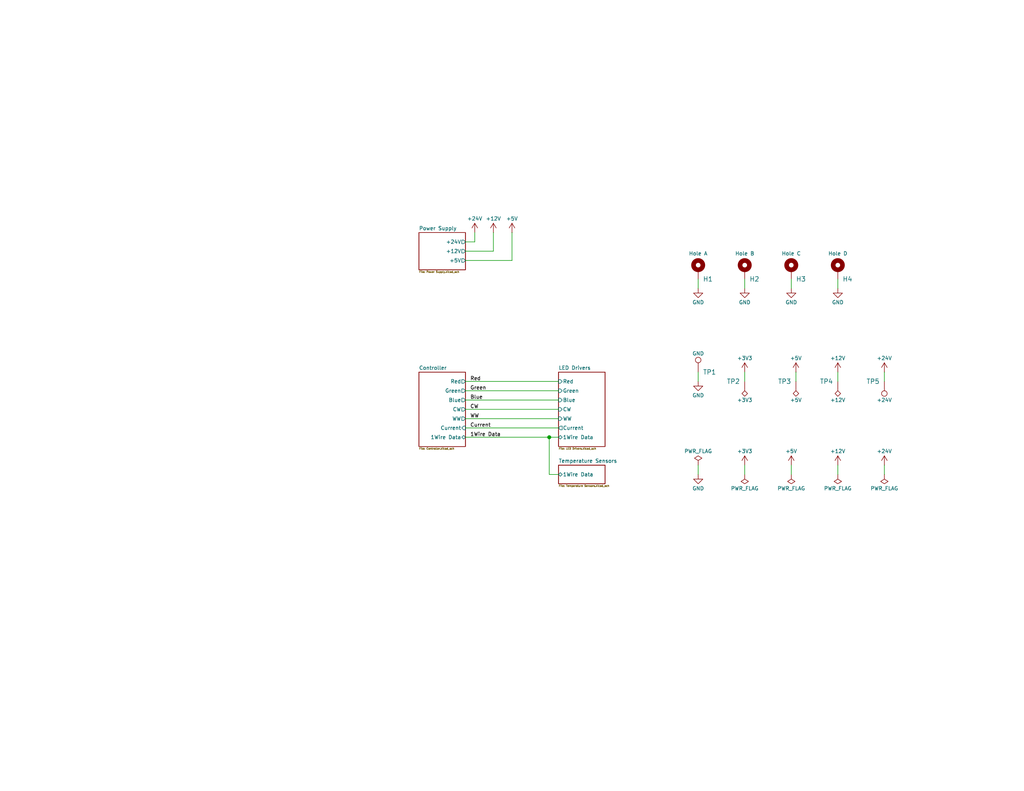
<source format=kicad_sch>
(kicad_sch (version 20231120) (generator "eeschema") (generator_version "8.0")
  (paper "USLetter")
  (title_block (title "KiLight Mono") (date "2025-02-06") (rev "1.0.1") (company "Erratic.Tech"))
  (lib_symbols
    (symbol "KiLight Mono:+12V" (power) (pin_numbers hide) (pin_names (offset 0) hide)
      (property "Value" "+12V" (at 0 3.556 0))
      (symbol "+12V_0_1"
        (polyline (pts (xy -0.762 1.27) (xy 0 2.54)))
        (polyline (pts (xy 0 0) (xy 0 2.54)))
        (polyline (pts (xy 0 2.54) (xy 0.762 1.27)))
      )
      (symbol "+12V_1_1"
        (pin power_in line (at 0 0 90) (length 0) (name "~") (number "1"))
      )
    )
    (symbol "KiLight Mono:+24V" (power) (pin_numbers hide) (pin_names (offset 0) hide)
      (property "Value" "+24V" (at 0 3.556 0))
      (symbol "+24V_0_1"
        (polyline (pts (xy -0.762 1.27) (xy 0 2.54)))
        (polyline (pts (xy 0 0) (xy 0 2.54)))
        (polyline (pts (xy 0 2.54) (xy 0.762 1.27)))
      )
      (symbol "+24V_1_1"
        (pin power_in line (at 0 0 90) (length 0) (name "~") (number "1"))
      )
    )
    (symbol "KiLight Mono:+3V3" (power) (pin_numbers hide) (pin_names (offset 0) hide)
      (property "Value" "+3V3" (at 0 3.556 0))
      (symbol "+3V3_0_1"
        (polyline (pts (xy -0.762 1.27) (xy 0 2.54)))
        (polyline (pts (xy 0 0) (xy 0 2.54)))
        (polyline (pts (xy 0 2.54) (xy 0.762 1.27)))
      )
      (symbol "+3V3_1_1"
        (pin power_in line (at 0 0 90) (length 0) (name "~") (number "1"))
      )
    )
    (symbol "KiLight Mono:+5V" (power) (pin_numbers hide) (pin_names (offset 0) hide)
      (property "Value" "+5V" (at 0 3.556 0))
      (symbol "+5V_0_1"
        (polyline (pts (xy -0.762 1.27) (xy 0 2.54)))
        (polyline (pts (xy 0 0) (xy 0 2.54)))
        (polyline (pts (xy 0 2.54) (xy 0.762 1.27)))
      )
      (symbol "+5V_1_1"
        (pin power_in line (at 0 0 90) (length 0) (name "~") (number "1"))
      )
    )
    (symbol "KiLight Mono:GND" (power) (pin_numbers hide) (pin_names (offset 0) hide)
      (property "Value" "GND" (at 0 -3.81 0))
      (symbol "GND_0_1"
        (polyline (pts (xy 0 0) (xy 0 -1.27) (xy 1.27 -1.27) (xy 0 -2.54) (xy -1.27 -1.27) (xy 0 -1.27)))
      )
      (symbol "GND_1_1"
        (pin power_in line (at 0 0 270) (length 0) (name "~") (number "1"))
      )
    )
    (symbol "KiLight Mono:MountingHole_Pad" (pin_numbers hide) (pin_names (offset 1.016) hide) (exclude_from_sim yes) (in_bom no)
      (property "Reference" "H" (at 0 6.35 0))
      (property "Value" "MountingHole_Pad" (at 0 4.445 0))
      (symbol "MountingHole_Pad_0_1"
        (circle (center 0 1.27) (radius 1.27) (stroke (width 1.27)))
      )
      (symbol "MountingHole_Pad_1_1"
        (pin input line (at 0 -2.54 90) (length 2.54) (name "1") (number "1"))
      )
    )
    (symbol "KiLight Mono:PWR_FLAG" (power) (pin_numbers hide) (pin_names (offset 0) hide)
      (property "Value" "PWR_FLAG" (at 0 3.81 0))
      (symbol "PWR_FLAG_0_0"
        (pin power_out line (at 0 0 90) (length 0) (name "~") (number "1"))
      )
      (symbol "PWR_FLAG_0_1"
        (polyline (pts (xy 0 0) (xy 0 1.27) (xy -1.016 1.905) (xy 0 2.54) (xy 1.016 1.905) (xy 0 1.27)))
      )
    )
    (symbol "KiLight Mono:TestPoint" (pin_numbers hide) (pin_names (offset 0.762) hide)
      (property "Reference" "TP" (at 0 6.858 0))
      (property "Value" "TestPoint" (at 0 5.08 0))
      (symbol "TestPoint_0_1"
        (circle (center 0 3.302) (radius 0.762))
      )
      (symbol "TestPoint_1_1"
        (pin passive line (at 0 0 90) (length 2.54) (name "1") (number "1"))
      )
    )
    (symbol "KiLight Mono:TestPoint_Alt" (pin_numbers hide) (pin_names (offset 0.762) hide)
      (property "Reference" "TP" (at 0 6.858 0))
      (property "Value" "TestPoint_Alt" (at 0 5.08 0))
      (symbol "TestPoint_Alt_0_1"
        (polyline (pts (xy 0 2.54) (xy -0.762 3.302) (xy 0 4.064) (xy 0.762 3.302) (xy 0 2.54)))
      )
      (symbol "TestPoint_Alt_1_1"
        (pin passive line (at 0 0 90) (length 2.54) (name "1") (number "1"))
      )
    )
  )
  (junction (at 149.86 119.38))
  (wire (pts (xy 127 104.14) (xy 152.4 104.14)))
  (wire (pts (xy 190.5 127) (xy 190.5 129.54)))
  (wire (pts (xy 127 109.22) (xy 152.4 109.22)))
  (wire (pts (xy 129.54 66.04) (xy 129.54 63.5)))
  (wire (pts (xy 127 114.3) (xy 152.4 114.3)))
  (wire (pts (xy 241.3 127) (xy 241.3 129.54)))
  (wire (pts (xy 134.62 68.58) (xy 134.62 63.5)))
  (wire (pts (xy 203.2 104.14) (xy 203.2 101.6)))
  (wire (pts (xy 149.86 129.54) (xy 149.86 119.38)))
  (wire (pts (xy 241.3 104.14) (xy 241.3 101.6)))
  (wire (pts (xy 127 111.76) (xy 152.4 111.76)))
  (wire (pts (xy 217.17 104.14) (xy 217.17 101.6)))
  (wire (pts (xy 127 71.12) (xy 139.7 71.12)))
  (wire (pts (xy 228.6 104.14) (xy 228.6 101.6)))
  (wire (pts (xy 203.2 127) (xy 203.2 129.54)))
  (wire (pts (xy 190.5 76.2) (xy 190.5 78.74)))
  (wire (pts (xy 127 119.38) (xy 149.86 119.38)))
  (wire (pts (xy 152.4 129.54) (xy 149.86 129.54)))
  (wire (pts (xy 139.7 71.12) (xy 139.7 63.5)))
  (wire (pts (xy 190.5 101.6) (xy 190.5 104.14)))
  (wire (pts (xy 215.9 76.2) (xy 215.9 78.74)))
  (wire (pts (xy 228.6 76.2) (xy 228.6 78.74)))
  (wire (pts (xy 127 106.68) (xy 152.4 106.68)))
  (wire (pts (xy 149.86 119.38) (xy 152.4 119.38)))
  (wire (pts (xy 127 116.84) (xy 152.4 116.84)))
  (wire (pts (xy 127 66.04) (xy 129.54 66.04)))
  (wire (pts (xy 127 68.58) (xy 134.62 68.58)))
  (wire (pts (xy 203.2 76.2) (xy 203.2 78.74)))
  (wire (pts (xy 215.9 127) (xy 215.9 129.54)))
  (wire (pts (xy 228.6 127) (xy 228.6 129.54)))
  (label "CW" (at 128.27 111.76 0) (effects (font (size 1 1))))
  (label "Current" (at 128.27 116.84 0) (effects (font (size 1 1))))
  (label "Green" (at 128.27 106.68 0) (effects (font (size 1 1))))
  (label "Blue" (at 128.27 109.22 0) (effects (font (size 1 1))))
  (label "Red" (at 128.27 104.14 0) (effects (font (size 1 1))))
  (label "1Wire Data" (at 128.27 119.38 0) (effects (font (size 1 1))))
  (label "WW" (at 128.27 114.3 0) (effects (font (size 1 1))))
  (symbol (lib_id "KiLight Mono:TestPoint") (at 190.5 101.6 0) (unit 1) (exclude_from_sim yes)
    (property "Reference" "TP1" (at 191.77 101.6 0) (effects (justify left)))
    (property "Value" "GND" (at 190.5 96.52 0) (effects (font (size 1 1))))
    (property "Footprint" "Measurement Points - Custom:TestPoint_Loop_1206_RCT_SMD" (effects (hide yes)))
    (property "Description" "test point" (effects (hide yes)))
    (property "Part Number" "RCWCTE" (effects (hide yes)))
  )
  (symbol (lib_id "KiLight Mono:PWR_FLAG") (at 228.6 129.54 180) (unit 1)
    (property "Reference" "#FLG04" (effects (hide yes)))
    (property "Value" "PWR_FLAG" (at 228.6 133.35 0) (effects (font (size 1 1))))
    (property "Description" "Special symbol for telling ERC where power comes from" (effects (hide yes)))
  )
  (symbol (lib_id "KiLight Mono:PWR_FLAG") (at 241.3 129.54 180) (unit 1)
    (property "Reference" "#FLG05" (effects (hide yes)))
    (property "Value" "PWR_FLAG" (at 241.3 133.35 0) (effects (font (size 1 1))))
    (property "Description" "Special symbol for telling ERC where power comes from" (effects (hide yes)))
  )
  (symbol (lib_id "KiLight Mono:+5V") (at 217.17 101.6 0) (mirror y) (unit 1)
    (property "Reference" "#PWR012" (effects (hide yes)))
    (property "Value" "+5V" (at 217.17 97.79 0) (effects (font (size 1 1))))
    (property "Description" "Power symbol creates a global label with name \"+5V\"" (effects (hide yes)))
  )
  (symbol (lib_id "KiLight Mono:+3V3") (at 203.2 127 0) (unit 1)
    (property "Reference" "#PWR09" (effects (hide yes)))
    (property "Value" "+3V3" (at 203.2 123.19 0) (effects (font (size 1 1))))
    (property "Description" "Power symbol creates a global label with name \"+3V3\"" (effects (hide yes)))
  )
  (symbol (lib_id "KiLight Mono:MountingHole_Pad") (at 228.6 73.66 0) (unit 1) (exclude_from_sim yes) (in_bom no)
    (property "Reference" "H4" (at 229.87 76.2 0) (effects (justify left)))
    (property "Value" "Hole D" (at 228.6 69.215 0) (effects (font (size 1 1))))
    (property "Footprint" "MountingHole:MountingHole_3.2mm_M3_Pad" (effects (hide yes)))
    (property "Description" "Mounting Hole with connection" (effects (hide yes)))
  )
  (symbol (lib_id "KiLight Mono:TestPoint") (at 241.3 104.14 180) (unit 1) (exclude_from_sim yes)
    (property "Reference" "TP5" (at 240.03 104.14 0) (effects (justify left)))
    (property "Value" "+24V" (at 241.3 109.22 0) (effects (font (size 1 1))))
    (property "Footprint" "Measurement Points - Custom:TestPoint_Loop_1206_RCT_SMD" (effects (hide yes)))
    (property "Description" "test point" (effects (hide yes)))
    (property "Part Number" "RCWCTE" (effects (hide yes)))
  )
  (symbol (lib_id "KiLight Mono:GND") (at 190.5 104.14 0) (unit 1)
    (property "Reference" "#PWR05" (effects (hide yes)))
    (property "Value" "GND" (at 190.5 107.95 0) (effects (font (size 1 1))))
    (property "Description" "Power symbol creates a global label with name \"GND\" , ground" (effects (hide yes)))
  )
  (symbol (lib_id "KiLight Mono:+3V3") (at 203.2 101.6 0) (unit 1)
    (property "Reference" "#PWR08" (effects (hide yes)))
    (property "Value" "+3V3" (at 203.2 97.79 0) (effects (font (size 1 1))))
    (property "Description" "Power symbol creates a global label with name \"+3V3\"" (effects (hide yes)))
  )
  (symbol (lib_id "KiLight Mono:MountingHole_Pad") (at 215.9 73.66 0) (unit 1) (exclude_from_sim yes) (in_bom no)
    (property "Reference" "H3" (at 217.17 76.2 0) (effects (justify left)))
    (property "Value" "Hole C" (at 215.9 69.215 0) (effects (font (size 1 1))))
    (property "Footprint" "MountingHole:MountingHole_3.2mm_M3_Pad" (effects (hide yes)))
    (property "Description" "Mounting Hole with connection" (effects (hide yes)))
  )
  (symbol (lib_id "KiLight Mono:PWR_FLAG") (at 203.2 129.54 180) (unit 1)
    (property "Reference" "#FLG02" (effects (hide yes)))
    (property "Value" "PWR_FLAG" (at 203.2 133.35 0) (effects (font (size 1 1))))
    (property "Description" "Special symbol for telling ERC where power comes from" (effects (hide yes)))
  )
  (symbol (lib_id "KiLight Mono:PWR_FLAG") (at 190.5 127 0) (unit 1)
    (property "Reference" "#FLG01" (effects (hide yes)))
    (property "Value" "PWR_FLAG" (at 190.5 123.19 0) (effects (font (size 1 1))))
    (property "Description" "Special symbol for telling ERC where power comes from" (effects (hide yes)))
  )
  (symbol (lib_id "KiLight Mono:GND") (at 215.9 78.74 0) (unit 1)
    (property "Reference" "#PWR010" (effects (hide yes)))
    (property "Value" "GND" (at 215.9 82.55 0) (effects (font (size 1 1))))
    (property "Description" "Power symbol creates a global label with name \"GND\" , ground" (effects (hide yes)))
  )
  (symbol (lib_id "KiLight Mono:GND") (at 228.6 78.74 0) (unit 1)
    (property "Reference" "#PWR013" (effects (hide yes)))
    (property "Value" "GND" (at 228.6 82.55 0) (effects (font (size 1 1))))
    (property "Description" "Power symbol creates a global label with name \"GND\" , ground" (effects (hide yes)))
  )
  (symbol (lib_id "KiLight Mono:GND") (at 190.5 129.54 0) (unit 1)
    (property "Reference" "#PWR06" (effects (hide yes)))
    (property "Value" "GND" (at 190.5 133.35 0) (effects (font (size 1 1))))
    (property "Description" "Power symbol creates a global label with name \"GND\" , ground" (effects (hide yes)))
  )
  (symbol (lib_id "KiLight Mono:TestPoint_Alt") (at 228.6 104.14 180) (unit 1) (exclude_from_sim yes)
    (property "Reference" "TP4" (at 227.33 104.14 0) (effects (justify left)))
    (property "Value" "+12V" (at 228.6 109.22 0) (effects (font (size 1 1))))
    (property "Footprint" "Measurement Points - Custom:TestPoint_Loop_0805_RCT_SMD" (effects (hide yes)))
    (property "Description" "test point (alternative shape)" (effects (hide yes)))
    (property "Part Number" "RCTCTE" (effects (hide yes)))
  )
  (symbol (lib_id "KiLight Mono:+5V") (at 215.9 127 0) (unit 1)
    (property "Reference" "#PWR011" (effects (hide yes)))
    (property "Value" "+5V" (at 215.9 123.19 0) (effects (font (size 1 1))))
    (property "Description" "Power symbol creates a global label with name \"+5V\"" (effects (hide yes)))
  )
  (symbol (lib_id "KiLight Mono:PWR_FLAG") (at 215.9 129.54 180) (unit 1)
    (property "Reference" "#FLG03" (effects (hide yes)))
    (property "Value" "PWR_FLAG" (at 215.9 133.35 0) (effects (font (size 1 1))))
    (property "Description" "Special symbol for telling ERC where power comes from" (effects (hide yes)))
  )
  (symbol (lib_id "KiLight Mono:+12V") (at 228.6 127 0) (unit 1)
    (property "Reference" "#PWR015" (effects (hide yes)))
    (property "Value" "+12V" (at 228.6 123.19 0) (effects (font (size 1 1))))
    (property "Description" "Power symbol creates a global label with name \"+12V\"" (effects (hide yes)))
  )
  (symbol (lib_id "KiLight Mono:+12V") (at 228.6 101.6 0) (mirror y) (unit 1)
    (property "Reference" "#PWR014" (effects (hide yes)))
    (property "Value" "+12V" (at 228.6 97.79 0) (effects (font (size 1 1))))
    (property "Description" "Power symbol creates a global label with name \"+12V\"" (effects (hide yes)))
  )
  (symbol (lib_id "KiLight Mono:+24V") (at 241.3 101.6 0) (unit 1)
    (property "Reference" "#PWR016" (effects (hide yes)))
    (property "Value" "+24V" (at 241.3 97.79 0) (effects (font (size 1 1))))
    (property "Description" "Power symbol creates a global label with name \"+24V\"" (effects (hide yes)))
  )
  (symbol (lib_id "KiLight Mono:+24V") (at 241.3 127 0) (unit 1)
    (property "Reference" "#PWR017" (effects (hide yes)))
    (property "Value" "+24V" (at 241.3 123.19 0) (effects (font (size 1 1))))
    (property "Description" "Power symbol creates a global label with name \"+24V\"" (effects (hide yes)))
  )
  (symbol (lib_id "KiLight Mono:TestPoint_Alt") (at 217.17 104.14 180) (unit 1) (exclude_from_sim yes)
    (property "Reference" "TP3" (at 215.9 104.14 0) (effects (justify left)))
    (property "Value" "+5V" (at 217.17 109.22 0) (effects (font (size 1 1))))
    (property "Footprint" "Measurement Points - Custom:TestPoint_Loop_0805_RCT_SMD" (effects (hide yes)))
    (property "Description" "test point (alternative shape)" (effects (hide yes)))
    (property "Part Number" "RCTCTE" (effects (hide yes)))
  )
  (symbol (lib_id "KiLight Mono:GND") (at 203.2 78.74 0) (unit 1)
    (property "Reference" "#PWR07" (effects (hide yes)))
    (property "Value" "GND" (at 203.2 82.55 0) (effects (font (size 1 1))))
    (property "Description" "Power symbol creates a global label with name \"GND\" , ground" (effects (hide yes)))
  )
  (symbol (lib_id "KiLight Mono:+12V") (at 134.62 63.5 0) (mirror y) (unit 1)
    (property "Reference" "#PWR02" (effects (hide yes)))
    (property "Value" "+12V" (at 134.62 59.69 0) (effects (font (size 1 1))))
    (property "Description" "Power symbol creates a global label with name \"+12V\"" (effects (hide yes)))
  )
  (symbol (lib_id "KiLight Mono:TestPoint_Alt") (at 203.2 104.14 180) (unit 1) (exclude_from_sim yes)
    (property "Reference" "TP2" (at 201.93 104.14 0) (effects (justify left)))
    (property "Value" "+3V3" (at 203.2 109.22 0) (effects (font (size 1 1))))
    (property "Footprint" "Measurement Points - Custom:TestPoint_Loop_0805_RCT_SMD" (effects (hide yes)))
    (property "Description" "test point (alternative shape)" (effects (hide yes)))
    (property "Part Number" "RCTCTE" (effects (hide yes)))
  )
  (symbol (lib_id "KiLight Mono:MountingHole_Pad") (at 203.2 73.66 0) (unit 1) (exclude_from_sim yes) (in_bom no)
    (property "Reference" "H2" (at 204.47 76.2 0) (effects (justify left)))
    (property "Value" "Hole B" (at 203.2 69.215 0) (effects (font (size 1 1))))
    (property "Footprint" "MountingHole:MountingHole_3.2mm_M3_Pad" (effects (hide yes)))
    (property "Description" "Mounting Hole with connection" (effects (hide yes)))
  )
  (symbol (lib_id "KiLight Mono:+5V") (at 139.7 63.5 0) (mirror y) (unit 1)
    (property "Reference" "#PWR03" (effects (hide yes)))
    (property "Value" "+5V" (at 139.7 59.69 0) (effects (font (size 1 1))))
    (property "Description" "Power symbol creates a global label with name \"+5V\"" (effects (hide yes)))
  )
  (symbol (lib_id "KiLight Mono:GND") (at 190.5 78.74 0) (unit 1)
    (property "Reference" "#PWR04" (effects (hide yes)))
    (property "Value" "GND" (at 190.5 82.55 0) (effects (font (size 1 1))))
    (property "Description" "Power symbol creates a global label with name \"GND\" , ground" (effects (hide yes)))
  )
  (symbol (lib_id "KiLight Mono:MountingHole_Pad") (at 190.5 73.66 0) (unit 1) (exclude_from_sim yes) (in_bom no)
    (property "Reference" "H1" (at 191.77 76.2 0) (effects (justify left)))
    (property "Value" "Hole A" (at 190.5 69.215 0) (effects (font (size 1 1))))
    (property "Footprint" "MountingHole:MountingHole_3.2mm_M3_Pad" (effects (hide yes)))
    (property "Description" "Mounting Hole with connection" (effects (hide yes)))
  )
  (symbol (lib_id "KiLight Mono:+24V") (at 129.54 63.5 0) (unit 1)
    (property "Reference" "#PWR01" (effects (hide yes)))
    (property "Value" "+24V" (at 129.54 59.69 0) (effects (font (size 1 1))))
    (property "Description" "Power symbol creates a global label with name \"+24V\"" (effects (hide yes)))
  )
  (sheet (at 114.3 63.5) (size 12.7 10.16) (stroke (width 0.1524))
    (property "Sheetname" "Power Supply" (at 114.3 62.9234 0) (effects (font (size 1 1)) (justify left bottom)))
    (property "Sheetfile" "Power Supply.kicad_sch" (at 114.3 73.9366 0) (effects (font (size 0.5 0.5)) (justify left top)))
    (pin "+24V" output (at 127 66.04 0) (effects (font (size 1 1))))
    (pin "+12V" output (at 127 68.58 0) (effects (font (size 1 1))))
    (pin "+5V" output (at 127 71.12 0) (effects (font (size 1 1))))
  )
  (sheet (at 152.4 101.6) (size 12.7 20.32) (stroke (width 0.1524))
    (property "Sheetname" "LED Drivers" (at 152.4 101.0234 0) (effects (font (size 1 1)) (justify left bottom)))
    (property "Sheetfile" "LED Drivers.kicad_sch" (at 152.4 122.1966 0) (effects (font (size 0.5 0.5)) (justify left top)))
    (pin "Current" output (at 152.4 116.84 180) (effects (font (size 1 1))))
    (pin "CW" input (at 152.4 111.76 180) (effects (font (size 1 1))))
    (pin "WW" input (at 152.4 114.3 180) (effects (font (size 1 1))))
    (pin "Blue" input (at 152.4 109.22 180) (effects (font (size 1 1))))
    (pin "Red" input (at 152.4 104.14 180) (effects (font (size 1 1))))
    (pin "Green" input (at 152.4 106.68 180) (effects (font (size 1 1))))
    (pin "1Wire Data" bidirectional (at 152.4 119.38 180) (effects (font (size 1 1))))
  )
  (sheet (at 152.4 127) (size 12.7 5.08) (stroke (width 0.1524))
    (property "Sheetname" "Temperature Sensors" (at 152.4 126.4234 0) (effects (font (size 1 1)) (justify left bottom)))
    (property "Sheetfile" "Temperature Sensors.kicad_sch" (at 152.4 132.3566 0) (effects (font (size 0.5 0.5)) (justify left top)))
    (pin "1Wire Data" bidirectional (at 152.4 129.54 180) (effects (font (size 1 1))))
  )
  (sheet (at 114.3 101.6) (size 12.7 20.32) (stroke (width 0.1524))
    (property "Sheetname" "Controller" (at 114.3 101.0234 0) (effects (font (size 1 1)) (justify left bottom)))
    (property "Sheetfile" "Controller.kicad_sch" (at 114.3 122.1966 0) (effects (font (size 0.5 0.5)) (justify left top)))
    (pin "Red" output (at 127 104.14 0) (effects (font (size 1 1))))
    (pin "Green" output (at 127 106.68 0) (effects (font (size 1 1))))
    (pin "WW" output (at 127 114.3 0) (effects (font (size 1 1))))
    (pin "CW" output (at 127 111.76 0) (effects (font (size 1 1))))
    (pin "Blue" output (at 127 109.22 0) (effects (font (size 1 1))))
    (pin "Current" input (at 127 116.84 0) (effects (font (size 1 1))))
    (pin "1Wire Data" bidirectional (at 127 119.38 0) (effects (font (size 1 1))))
  )
)
</source>
